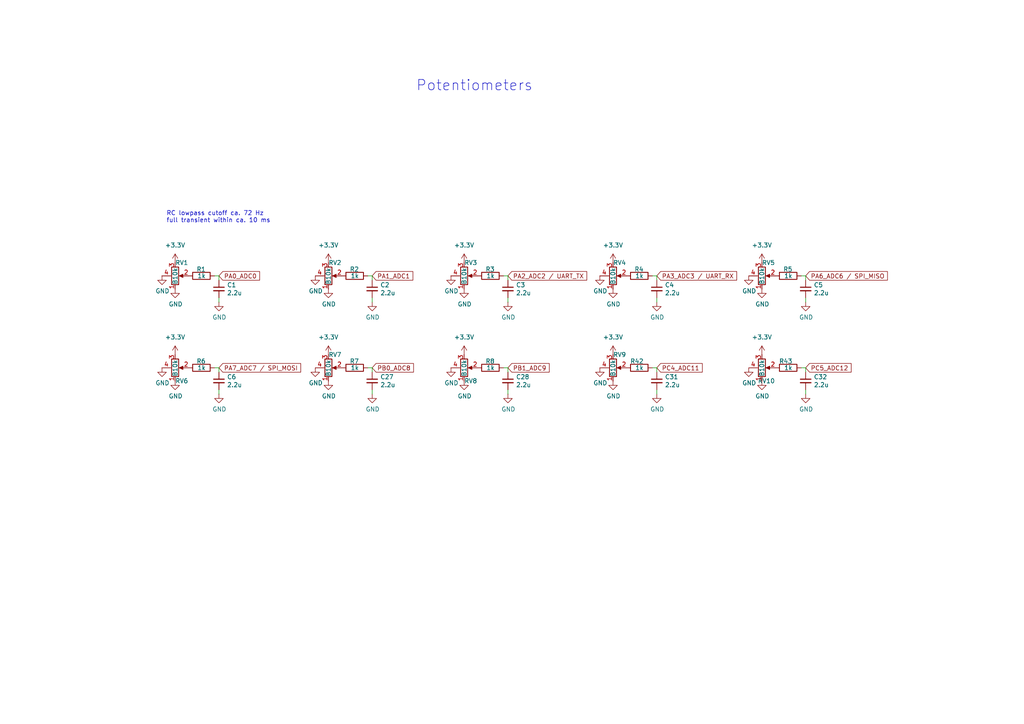
<source format=kicad_sch>
(kicad_sch (version 20250114) (generator "eeschema") (generator_version "9.0")
  (paper "A4")
  (title_block (title "https://github.com/ksoloti/ksoloti-gills") (date "2025-11-19") (rev "v0.6"))
  (lib_symbols
    (symbol "Device:C_Small" (pin_numbers (hide yes)) (pin_names (offset 0.254) (hide yes))
      (property "Reference" "C" (at 0.254 1.778 0))
      (property "Value" "C_Small" (at 0.254 -2.032 0))
      (symbol "C_Small_0_1"
        (polyline (pts (xy -1.524 0.508) (xy 1.524 0.508)) (stroke (width 0.3048)))
        (polyline (pts (xy -1.524 -0.508) (xy 1.524 -0.508)) (stroke (width 0.3302)))
      )
      (symbol "C_Small_1_1"
        (pin passive line (at 0 2.54 270) (length 2.032) (name "~") (number "1"))
        (pin passive line (at 0 -2.54 90) (length 2.032) (name "~") (number "2"))
      )
    )
    (symbol "Device:R" (pin_numbers (hide yes)) (pin_names (offset 0))
      (property "Reference" "R" (at 2.032 0 90))
      (property "Value" "R" (at 0 0 90))
      (symbol "R_0_1"
        (rectangle (start -1.016 -2.54) (end 1.016 2.54) (stroke (width 0.254)))
      )
      (symbol "R_1_1"
        (pin passive line (at 0 3.81 270) (length 1.27) (name "~") (number "1"))
        (pin passive line (at 0 -3.81 90) (length 1.27) (name "~") (number "2"))
      )
    )
    (symbol "New_Library:R_POT_GND" (pin_names (offset 1.016) (hide yes))
      (property "Reference" "RV2" (at 3.81 -3.81 0))
      (property "Value" "B10k" (at 0 2.54 90))
      (symbol "R_POT_GND_0_1"
        (rectangle (start 1.016 2.54) (end -1.016 -2.54) (stroke (width 0.254)))
        (polyline (pts (xy 1.143 0) (xy 2.286 0.508) (xy 2.286 -0.508) (xy 1.143 0)) (fill (type outline)))
        (polyline (pts (xy 2.54 0) (xy 1.524 0)))
      )
      (symbol "R_POT_GND_1_1"
        (pin passive line (at -3.81 0 0) (length 2.54) (name "4") (number "4"))
        (pin passive line (at 0 3.81 270) (length 1.27) (name "1") (number "1"))
        (pin passive line (at 0 -3.81 90) (length 1.27) (name "3") (number "3"))
        (pin passive line (at 3.81 0 180) (length 1.27) (name "2") (number "2"))
      )
    )
    (symbol "power:+3.3V" (power) (pin_numbers (hide yes)) (pin_names (offset 0) (hide yes))
      (property "Value" "+3.3V" (at 0 3.556 0))
      (symbol "+3.3V_0_1"
        (polyline (pts (xy -0.762 1.27) (xy 0 2.54)))
        (polyline (pts (xy 0 2.54) (xy 0.762 1.27)))
        (polyline (pts (xy 0 0) (xy 0 2.54)))
      )
      (symbol "+3.3V_1_1"
        (pin power_in line (at 0 0 90) (length 0) (name "~") (number "1"))
      )
    )
    (symbol "power:GND" (power) (pin_numbers (hide yes)) (pin_names (offset 0) (hide yes))
      (property "Value" "GND" (at 0 -3.81 0))
      (symbol "GND_0_1"
        (polyline (pts (xy 0 0) (xy 0 -1.27) (xy 1.27 -1.27) (xy 0 -2.54) (xy -1.27 -1.27) (xy 0 -1.27)))
      )
      (symbol "GND_1_1"
        (pin power_in line (at 0 0 270) (length 0) (name "~") (number "1"))
      )
    )
  )
  (text "Potentiometers" (at 120.65 26.67 0) (effects (font (size 3 3)) (justify left bottom)))
  (text "RC lowpass cutoff ca. 72 Hz\nfull transient within ca. 10 ms" (at 48.26 64.77 0) (effects (font (size 1.27 1.27)) (justify left bottom)))
  (wire (pts (xy 190.5 113.03) (xy 190.5 114.3)))
  (wire (pts (xy 233.68 106.68) (xy 232.41 106.68)))
  (wire (pts (xy 190.5 80.01) (xy 189.23 80.01)))
  (wire (pts (xy 107.95 86.36) (xy 107.95 87.63)))
  (wire (pts (xy 233.68 86.36) (xy 233.68 87.63)))
  (wire (pts (xy 190.5 86.36) (xy 190.5 87.63)))
  (wire (pts (xy 147.32 81.28) (xy 147.32 80.01)))
  (wire (pts (xy 190.5 81.28) (xy 190.5 80.01)))
  (wire (pts (xy 147.32 107.95) (xy 147.32 106.68)))
  (wire (pts (xy 147.32 106.68) (xy 146.05 106.68)))
  (wire (pts (xy 147.32 113.03) (xy 147.32 114.3)))
  (wire (pts (xy 63.5 80.01) (xy 62.23 80.01)))
  (wire (pts (xy 190.5 106.68) (xy 190.5 107.95)))
  (wire (pts (xy 107.95 113.03) (xy 107.95 114.3)))
  (wire (pts (xy 233.68 81.28) (xy 233.68 80.01)))
  (wire (pts (xy 106.68 106.68) (xy 107.95 106.68)))
  (wire (pts (xy 63.5 113.03) (xy 63.5 114.3)))
  (wire (pts (xy 233.68 113.03) (xy 233.68 114.3)))
  (wire (pts (xy 107.95 81.28) (xy 107.95 80.01)))
  (wire (pts (xy 63.5 86.36) (xy 63.5 87.63)))
  (wire (pts (xy 107.95 80.01) (xy 106.68 80.01)))
  (wire (pts (xy 63.5 81.28) (xy 63.5 80.01)))
  (wire (pts (xy 233.68 80.01) (xy 232.41 80.01)))
  (wire (pts (xy 233.68 107.95) (xy 233.68 106.68)))
  (wire (pts (xy 189.23 106.68) (xy 190.5 106.68)))
  (wire (pts (xy 63.5 106.68) (xy 62.23 106.68)))
  (wire (pts (xy 63.5 107.95) (xy 63.5 106.68)))
  (wire (pts (xy 147.32 80.01) (xy 146.05 80.01)))
  (wire (pts (xy 107.95 106.68) (xy 107.95 107.95)))
  (wire (pts (xy 147.32 86.36) (xy 147.32 87.63)))
  (global_label "PA6_ADC6 {slash} SPI_MISO" (shape input) (at 233.68 80.01 0) (property "Intersheetrefs" "${INTERSHEET_REFS}" (effects (hide yes))))
  (global_label "PA7_ADC7 {slash} SPI_MOSI" (shape input) (at 63.5 106.68 0) (property "Intersheetrefs" "${INTERSHEET_REFS}" (effects (hide yes))))
  (global_label "PA1_ADC1" (shape input) (at 107.95 80.01 0) (property "Intersheetrefs" "${INTERSHEET_REFS}" (effects (hide yes))))
  (global_label "PA0_ADC0" (shape input) (at 63.5 80.01 0) (property "Intersheetrefs" "${INTERSHEET_REFS}" (effects (hide yes))))
  (global_label "PA2_ADC2 {slash} UART_TX" (shape input) (at 147.32 80.01 0) (property "Intersheetrefs" "${INTERSHEET_REFS}" (effects (hide yes))))
  (global_label "PA3_ADC3 {slash} UART_RX" (shape input) (at 190.5 80.01 0) (property "Intersheetrefs" "${INTERSHEET_REFS}" (effects (hide yes))))
  (global_label "PB0_ADC8" (shape input) (at 107.95 106.68 0) (property "Intersheetrefs" "${INTERSHEET_REFS}" (effects (hide yes))))
  (global_label "PB1_ADC9" (shape input) (at 147.32 106.68 0) (property "Intersheetrefs" "${INTERSHEET_REFS}" (effects (hide yes))))
  (global_label "PC4_ADC11" (shape input) (at 190.5 106.68 0) (property "Intersheetrefs" "${INTERSHEET_REFS}" (effects (hide yes))))
  (global_label "PC5_ADC12" (shape input) (at 233.68 106.68 0) (property "Intersheetrefs" "${INTERSHEET_REFS}" (effects (hide yes))))
  (symbol (lib_id "power:GND") (at 63.5 114.3 0) (unit 1)
    (property "Reference" "#PWR078" (effects (hide yes)))
    (property "Value" "GND" (at 63.627 118.6942 0))
    (property "Description" "Power symbol creates a global label with name \"GND\" , ground" (effects (hide yes)))
  )
  (symbol (lib_id "Device:R") (at 185.42 106.68 90) (unit 1)
    (property "Reference" "R42" (at 186.69 104.775 90) (effects (justify left)))
    (property "Value" "1k" (at 186.69 106.68 90) (effects (justify left)))
    (property "Footprint" "Resistor_SMD:R_0603_1608Metric" (effects (hide yes)))
    (property "Description" "Resistor" (effects (hide yes)))
  )
  (symbol (lib_id "Device:R") (at 142.24 80.01 90) (unit 1)
    (property "Reference" "R3" (at 143.51 78.105 90) (effects (justify left)))
    (property "Value" "1k" (at 143.51 80.01 90) (effects (justify left)))
    (property "Footprint" "Resistor_SMD:R_0603_1608Metric" (effects (hide yes)))
    (property "Description" "Resistor" (effects (hide yes)))
  )
  (symbol (lib_id "power:GND") (at 46.99 106.68 0) (unit 1)
    (property "Reference" "#PWR070" (effects (hide yes)))
    (property "Value" "GND" (at 47.117 111.0742 0))
    (property "Description" "Power symbol creates a global label with name \"GND\" , ground" (effects (hide yes)))
  )
  (symbol (lib_id "power:GND") (at 130.81 80.01 0) (unit 1)
    (property "Reference" "#PWR026" (effects (hide yes)))
    (property "Value" "GND" (at 130.937 84.4042 0))
    (property "Description" "Power symbol creates a global label with name \"GND\" , ground" (effects (hide yes)))
  )
  (symbol (lib_id "power:GND") (at 134.62 110.49 0) (unit 1)
    (property "Reference" "#PWR076" (effects (hide yes)))
    (property "Value" "GND" (at 134.747 114.8842 0))
    (property "Description" "Power symbol creates a global label with name \"GND\" , ground" (effects (hide yes)))
  )
  (symbol (lib_id "Device:R") (at 102.87 80.01 90) (unit 1)
    (property "Reference" "R2" (at 104.14 78.105 90) (effects (justify left)))
    (property "Value" "1k" (at 104.14 80.01 90) (effects (justify left)))
    (property "Footprint" "Resistor_SMD:R_0603_1608Metric" (effects (hide yes)))
    (property "Description" "Resistor" (effects (hide yes)))
  )
  (symbol (lib_id "power:GND") (at 220.98 110.49 0) (unit 1)
    (property "Reference" "#PWR0125" (effects (hide yes)))
    (property "Value" "GND" (at 221.107 114.8842 0))
    (property "Description" "Power symbol creates a global label with name \"GND\" , ground" (effects (hide yes)))
  )
  (symbol (lib_id "Device:R") (at 142.24 106.68 90) (unit 1)
    (property "Reference" "R8" (at 143.51 104.775 90) (effects (justify left)))
    (property "Value" "1k" (at 143.51 106.68 90) (effects (justify left)))
    (property "Footprint" "Resistor_SMD:R_0603_1608Metric" (effects (hide yes)))
    (property "Description" "Resistor" (effects (hide yes)))
  )
  (symbol (lib_id "power:GND") (at 91.44 106.68 0) (unit 1)
    (property "Reference" "#PWR071" (effects (hide yes)))
    (property "Value" "GND" (at 91.567 111.0742 0))
    (property "Description" "Power symbol creates a global label with name \"GND\" , ground" (effects (hide yes)))
  )
  (symbol (lib_id "power:+3.3V") (at 95.25 76.2 0) (unit 1)
    (property "Reference" "#PWR021" (effects (hide yes)))
    (property "Value" "+3.3V" (at 95.25 71.12 0))
    (property "Description" "Power symbol creates a global label with name \"+3.3V\"" (effects (hide yes)))
  )
  (symbol (lib_id "Device:R") (at 102.87 106.68 90) (unit 1)
    (property "Reference" "R7" (at 104.14 104.775 90) (effects (justify left)))
    (property "Value" "1k" (at 104.14 106.68 90) (effects (justify left)))
    (property "Footprint" "Resistor_SMD:R_0603_1608Metric" (effects (hide yes)))
    (property "Description" "Resistor" (effects (hide yes)))
  )
  (symbol (lib_id "power:GND") (at 217.17 80.01 0) (unit 1)
    (property "Reference" "#PWR069" (effects (hide yes)))
    (property "Value" "GND" (at 217.297 84.4042 0))
    (property "Description" "Power symbol creates a global label with name \"GND\" , ground" (effects (hide yes)))
  )
  (symbol (lib_id "power:+3.3V") (at 134.62 102.87 0) (unit 1)
    (property "Reference" "#PWR068" (effects (hide yes)))
    (property "Value" "+3.3V" (at 134.62 97.79 0))
    (property "Description" "Power symbol creates a global label with name \"+3.3V\"" (effects (hide yes)))
  )
  (symbol (lib_id "New_Library:R_POT_GND") (at 177.8 80.01 0) (mirror x) (unit 1)
    (property "Reference" "RV4" (at 181.61 76.2 0) (effects (justify right)))
    (property "Value" "B10k" (at 177.8 82.55 90) (effects (justify right)))
    (property "Footprint" "Library:ALPS_POT_VERTICAL_PS" (effects (hide yes)))
  )
  (symbol (lib_id "power:GND") (at 107.95 87.63 0) (unit 1)
    (property "Reference" "#PWR053" (effects (hide yes)))
    (property "Value" "GND" (at 108.077 92.0242 0))
    (property "Description" "Power symbol creates a global label with name \"GND\" , ground" (effects (hide yes)))
  )
  (symbol (lib_id "New_Library:R_POT_GND") (at 50.8 106.68 0) (mirror x) (unit 1)
    (property "Reference" "RV6" (at 54.61 110.49 0) (effects (justify right)))
    (property "Value" "B10k" (at 50.8 109.22 90) (effects (justify right)))
    (property "Footprint" "Library:ALPS_POT_VERTICAL_PS" (effects (hide yes)))
  )
  (symbol (lib_id "power:GND") (at 233.68 114.3 0) (unit 1)
    (property "Reference" "#PWR0130" (effects (hide yes)))
    (property "Value" "GND" (at 233.807 118.6942 0))
    (property "Description" "Power symbol creates a global label with name \"GND\" , ground" (effects (hide yes)))
  )
  (symbol (lib_id "power:+3.3V") (at 177.8 102.87 0) (unit 1)
    (property "Reference" "#PWR0128" (effects (hide yes)))
    (property "Value" "+3.3V" (at 177.8 97.79 0))
    (property "Description" "Power symbol creates a global label with name \"+3.3V\"" (effects (hide yes)))
  )
  (symbol (lib_id "Device:C_Small") (at 147.32 110.49 0) (unit 1)
    (property "Reference" "C28" (at 149.6568 109.3216 0) (effects (justify left)))
    (property "Value" "2.2u" (at 149.6568 111.633 0) (effects (justify left)))
    (property "Footprint" "Capacitor_SMD:C_0603_1608Metric" (effects (hide yes)))
    (property "Description" "Unpolarized capacitor, small symbol" (effects (hide yes)))
  )
  (symbol (lib_id "Device:C_Small") (at 233.68 110.49 0) (unit 1)
    (property "Reference" "C32" (at 236.0168 109.3216 0) (effects (justify left)))
    (property "Value" "2.2u" (at 236.0168 111.633 0) (effects (justify left)))
    (property "Footprint" "Capacitor_SMD:C_0603_1608Metric" (effects (hide yes)))
    (property "Description" "Unpolarized capacitor, small symbol" (effects (hide yes)))
  )
  (symbol (lib_id "power:GND") (at 173.99 80.01 0) (unit 1)
    (property "Reference" "#PWR028" (effects (hide yes)))
    (property "Value" "GND" (at 174.117 84.4042 0))
    (property "Description" "Power symbol creates a global label with name \"GND\" , ground" (effects (hide yes)))
  )
  (symbol (lib_id "New_Library:R_POT_GND") (at 50.8 80.01 0) (mirror x) (unit 1)
    (property "Reference" "RV1" (at 54.61 76.2 0) (effects (justify right)))
    (property "Value" "B10k" (at 50.8 82.55 90) (effects (justify right)))
    (property "Footprint" "Library:ALPS_POT_VERTICAL_PS" (effects (hide yes)))
  )
  (symbol (lib_id "power:GND") (at 177.8 110.49 0) (unit 1)
    (property "Reference" "#PWR0127" (effects (hide yes)))
    (property "Value" "GND" (at 177.927 114.8842 0))
    (property "Description" "Power symbol creates a global label with name \"GND\" , ground" (effects (hide yes)))
  )
  (symbol (lib_id "Device:C_Small") (at 147.32 83.82 0) (unit 1)
    (property "Reference" "C3" (at 149.6568 82.6516 0) (effects (justify left)))
    (property "Value" "2.2u" (at 149.6568 84.963 0) (effects (justify left)))
    (property "Footprint" "Capacitor_SMD:C_0603_1608Metric" (effects (hide yes)))
    (property "Description" "Unpolarized capacitor, small symbol" (effects (hide yes)))
  )
  (symbol (lib_id "Device:C_Small") (at 63.5 83.82 0) (unit 1)
    (property "Reference" "C1" (at 65.8368 82.6516 0) (effects (justify left)))
    (property "Value" "2.2u" (at 65.8368 84.963 0) (effects (justify left)))
    (property "Footprint" "Capacitor_SMD:C_0603_1608Metric" (effects (hide yes)))
    (property "Description" "Unpolarized capacitor, small symbol" (effects (hide yes)))
  )
  (symbol (lib_id "power:GND") (at 50.8 83.82 0) (unit 1)
    (property "Reference" "#PWR029" (effects (hide yes)))
    (property "Value" "GND" (at 50.927 88.2142 0))
    (property "Description" "Power symbol creates a global label with name \"GND\" , ground" (effects (hide yes)))
  )
  (symbol (lib_id "power:+3.3V") (at 220.98 102.87 0) (unit 1)
    (property "Reference" "#PWR0126" (effects (hide yes)))
    (property "Value" "+3.3V" (at 220.98 97.79 0))
    (property "Description" "Power symbol creates a global label with name \"+3.3V\"" (effects (hide yes)))
  )
  (symbol (lib_id "power:+3.3V") (at 220.98 76.2 0) (unit 1)
    (property "Reference" "#PWR065" (effects (hide yes)))
    (property "Value" "+3.3V" (at 220.98 71.12 0))
    (property "Description" "Power symbol creates a global label with name \"+3.3V\"" (effects (hide yes)))
  )
  (symbol (lib_id "Device:R") (at 58.42 106.68 90) (unit 1)
    (property "Reference" "R6" (at 59.69 104.775 90) (effects (justify left)))
    (property "Value" "1k" (at 59.69 106.68 90) (effects (justify left)))
    (property "Footprint" "Resistor_SMD:R_0603_1608Metric" (effects (hide yes)))
    (property "Description" "Resistor" (effects (hide yes)))
  )
  (symbol (lib_id "power:GND") (at 220.98 83.82 0) (unit 1)
    (property "Reference" "#PWR073" (effects (hide yes)))
    (property "Value" "GND" (at 221.107 88.2142 0))
    (property "Description" "Power symbol creates a global label with name \"GND\" , ground" (effects (hide yes)))
  )
  (symbol (lib_id "power:GND") (at 233.68 87.63 0) (unit 1)
    (property "Reference" "#PWR077" (effects (hide yes)))
    (property "Value" "GND" (at 233.807 92.0242 0))
    (property "Description" "Power symbol creates a global label with name \"GND\" , ground" (effects (hide yes)))
  )
  (symbol (lib_id "Device:C_Small") (at 190.5 110.49 0) (unit 1)
    (property "Reference" "C31" (at 192.8368 109.3216 0) (effects (justify left)))
    (property "Value" "2.2u" (at 192.8368 111.633 0) (effects (justify left)))
    (property "Footprint" "Capacitor_SMD:C_0603_1608Metric" (effects (hide yes)))
    (property "Description" "Unpolarized capacitor, small symbol" (effects (hide yes)))
  )
  (symbol (lib_id "power:GND") (at 173.99 106.68 0) (unit 1)
    (property "Reference" "#PWR0129" (effects (hide yes)))
    (property "Value" "GND" (at 174.117 111.0742 0))
    (property "Description" "Power symbol creates a global label with name \"GND\" , ground" (effects (hide yes)))
  )
  (symbol (lib_id "New_Library:R_POT_GND") (at 134.62 106.68 0) (mirror x) (unit 1)
    (property "Reference" "RV8" (at 138.43 110.49 0) (effects (justify right)))
    (property "Value" "B10k" (at 134.62 109.22 90) (effects (justify right)))
    (property "Footprint" "Library:ALPS_POT_VERTICAL_PS" (effects (hide yes)))
  )
  (symbol (lib_id "power:GND") (at 63.5 87.63 0) (unit 1)
    (property "Reference" "#PWR052" (effects (hide yes)))
    (property "Value" "GND" (at 63.627 92.0242 0))
    (property "Description" "Power symbol creates a global label with name \"GND\" , ground" (effects (hide yes)))
  )
  (symbol (lib_id "power:GND") (at 50.8 110.49 0) (unit 1)
    (property "Reference" "#PWR074" (effects (hide yes)))
    (property "Value" "GND" (at 50.927 114.8842 0))
    (property "Description" "Power symbol creates a global label with name \"GND\" , ground" (effects (hide yes)))
  )
  (symbol (lib_id "Device:R") (at 185.42 80.01 90) (unit 1)
    (property "Reference" "R4" (at 186.69 78.105 90) (effects (justify left)))
    (property "Value" "1k" (at 186.69 80.01 90) (effects (justify left)))
    (property "Footprint" "Resistor_SMD:R_0603_1608Metric" (effects (hide yes)))
    (property "Description" "Resistor" (effects (hide yes)))
  )
  (symbol (lib_id "power:GND") (at 177.8 83.82 0) (unit 1)
    (property "Reference" "#PWR048" (effects (hide yes)))
    (property "Value" "GND" (at 177.927 88.2142 0))
    (property "Description" "Power symbol creates a global label with name \"GND\" , ground" (effects (hide yes)))
  )
  (symbol (lib_id "power:GND") (at 95.25 83.82 0) (unit 1)
    (property "Reference" "#PWR039" (effects (hide yes)))
    (property "Value" "GND" (at 95.377 88.2142 0))
    (property "Description" "Power symbol creates a global label with name \"GND\" , ground" (effects (hide yes)))
  )
  (symbol (lib_id "New_Library:R_POT_GND") (at 177.8 106.68 0) (mirror x) (unit 1)
    (property "Reference" "RV9" (at 181.61 102.87 0) (effects (justify right)))
    (property "Value" "B10k" (at 177.8 109.22 90) (effects (justify right)))
    (property "Footprint" "Library:ALPS_POT_VERTICAL_PS" (effects (hide yes)))
  )
  (symbol (lib_id "power:GND") (at 190.5 114.3 0) (unit 1)
    (property "Reference" "#PWR0131" (effects (hide yes)))
    (property "Value" "GND" (at 190.627 118.6942 0))
    (property "Description" "Power symbol creates a global label with name \"GND\" , ground" (effects (hide yes)))
  )
  (symbol (lib_id "Device:R") (at 228.6 106.68 90) (unit 1)
    (property "Reference" "R43" (at 229.87 104.775 90) (effects (justify left)))
    (property "Value" "1k" (at 229.87 106.68 90) (effects (justify left)))
    (property "Footprint" "Resistor_SMD:R_0603_1608Metric" (effects (hide yes)))
    (property "Description" "Resistor" (effects (hide yes)))
  )
  (symbol (lib_id "New_Library:R_POT_GND") (at 95.25 80.01 0) (mirror x) (unit 1)
    (property "Reference" "RV2" (at 99.06 76.2 0) (effects (justify right)))
    (property "Value" "B10k" (at 95.25 82.55 90) (effects (justify right)))
    (property "Footprint" "Library:ALPS_POT_VERTICAL_PS" (effects (hide yes)))
  )
  (symbol (lib_id "power:+3.3V") (at 50.8 76.2 0) (unit 1)
    (property "Reference" "#PWR020" (effects (hide yes)))
    (property "Value" "+3.3V" (at 50.8 71.12 0))
    (property "Description" "Power symbol creates a global label with name \"+3.3V\"" (effects (hide yes)))
  )
  (symbol (lib_id "New_Library:R_POT_GND") (at 220.98 80.01 0) (mirror x) (unit 1)
    (property "Reference" "RV5" (at 224.79 76.2 0) (effects (justify right)))
    (property "Value" "B10k" (at 220.98 82.55 90) (effects (justify right)))
    (property "Footprint" "Library:ALPS_POT_VERTICAL_PS" (effects (hide yes)))
  )
  (symbol (lib_id "power:GND") (at 190.5 87.63 0) (unit 1)
    (property "Reference" "#PWR064" (effects (hide yes)))
    (property "Value" "GND" (at 190.627 92.0242 0))
    (property "Description" "Power symbol creates a global label with name \"GND\" , ground" (effects (hide yes)))
  )
  (symbol (lib_id "New_Library:R_POT_GND") (at 134.62 80.01 0) (mirror x) (unit 1)
    (property "Reference" "RV3" (at 138.43 76.2 0) (effects (justify right)))
    (property "Value" "B10k" (at 134.62 82.55 90) (effects (justify right)))
    (property "Footprint" "Library:ALPS_POT_VERTICAL_PS" (effects (hide yes)))
  )
  (symbol (lib_id "power:+3.3V") (at 95.25 102.87 0) (unit 1)
    (property "Reference" "#PWR067" (effects (hide yes)))
    (property "Value" "+3.3V" (at 95.25 97.79 0))
    (property "Description" "Power symbol creates a global label with name \"+3.3V\"" (effects (hide yes)))
  )
  (symbol (lib_id "power:+3.3V") (at 134.62 76.2 0) (unit 1)
    (property "Reference" "#PWR022" (effects (hide yes)))
    (property "Value" "+3.3V" (at 134.62 71.12 0))
    (property "Description" "Power symbol creates a global label with name \"+3.3V\"" (effects (hide yes)))
  )
  (symbol (lib_id "Device:C_Small") (at 107.95 110.49 0) (unit 1)
    (property "Reference" "C27" (at 110.2868 109.3216 0) (effects (justify left)))
    (property "Value" "2.2u" (at 110.2868 111.633 0) (effects (justify left)))
    (property "Footprint" "Capacitor_SMD:C_0603_1608Metric" (effects (hide yes)))
    (property "Description" "Unpolarized capacitor, small symbol" (effects (hide yes)))
  )
  (symbol (lib_id "Device:C_Small") (at 107.95 83.82 0) (unit 1)
    (property "Reference" "C2" (at 110.2868 82.6516 0) (effects (justify left)))
    (property "Value" "2.2u" (at 110.2868 84.963 0) (effects (justify left)))
    (property "Footprint" "Capacitor_SMD:C_0603_1608Metric" (effects (hide yes)))
    (property "Description" "Unpolarized capacitor, small symbol" (effects (hide yes)))
  )
  (symbol (lib_id "New_Library:R_POT_GND") (at 95.25 106.68 0) (mirror x) (unit 1)
    (property "Reference" "RV7" (at 99.06 102.87 0) (effects (justify right)))
    (property "Value" "B10k" (at 95.25 109.22 90) (effects (justify right)))
    (property "Footprint" "Library:ALPS_POT_VERTICAL_PS" (effects (hide yes)))
  )
  (symbol (lib_id "power:GND") (at 147.32 87.63 0) (unit 1)
    (property "Reference" "#PWR059" (effects (hide yes)))
    (property "Value" "GND" (at 147.447 92.0242 0))
    (property "Description" "Power symbol creates a global label with name \"GND\" , ground" (effects (hide yes)))
  )
  (symbol (lib_id "Device:R") (at 58.42 80.01 90) (unit 1)
    (property "Reference" "R1" (at 59.69 78.105 90) (effects (justify left)))
    (property "Value" "1k" (at 59.69 80.01 90) (effects (justify left)))
    (property "Footprint" "Resistor_SMD:R_0603_1608Metric" (effects (hide yes)))
    (property "Description" "Resistor" (effects (hide yes)))
  )
  (symbol (lib_id "power:GND") (at 95.25 110.49 0) (unit 1)
    (property "Reference" "#PWR075" (effects (hide yes)))
    (property "Value" "GND" (at 95.377 114.8842 0))
    (property "Description" "Power symbol creates a global label with name \"GND\" , ground" (effects (hide yes)))
  )
  (symbol (lib_id "power:+3.3V") (at 177.8 76.2 0) (unit 1)
    (property "Reference" "#PWR023" (effects (hide yes)))
    (property "Value" "+3.3V" (at 177.8 71.12 0))
    (property "Description" "Power symbol creates a global label with name \"+3.3V\"" (effects (hide yes)))
  )
  (symbol (lib_id "Device:C_Small") (at 233.68 83.82 0) (unit 1)
    (property "Reference" "C5" (at 236.0168 82.6516 0) (effects (justify left)))
    (property "Value" "2.2u" (at 236.0168 84.963 0) (effects (justify left)))
    (property "Footprint" "Capacitor_SMD:C_0603_1608Metric" (effects (hide yes)))
    (property "Description" "Unpolarized capacitor, small symbol" (effects (hide yes)))
  )
  (symbol (lib_id "power:GND") (at 134.62 83.82 0) (unit 1)
    (property "Reference" "#PWR040" (effects (hide yes)))
    (property "Value" "GND" (at 134.747 88.2142 0))
    (property "Description" "Power symbol creates a global label with name \"GND\" , ground" (effects (hide yes)))
  )
  (symbol (lib_id "Device:C_Small") (at 63.5 110.49 0) (unit 1)
    (property "Reference" "C6" (at 65.8368 109.3216 0) (effects (justify left)))
    (property "Value" "2.2u" (at 65.8368 111.633 0) (effects (justify left)))
    (property "Footprint" "Capacitor_SMD:C_0603_1608Metric" (effects (hide yes)))
    (property "Description" "Unpolarized capacitor, small symbol" (effects (hide yes)))
  )
  (symbol (lib_id "power:GND") (at 130.81 106.68 0) (unit 1)
    (property "Reference" "#PWR072" (effects (hide yes)))
    (property "Value" "GND" (at 130.937 111.0742 0))
    (property "Description" "Power symbol creates a global label with name \"GND\" , ground" (effects (hide yes)))
  )
  (symbol (lib_id "power:GND") (at 107.95 114.3 0) (unit 1)
    (property "Reference" "#PWR079" (effects (hide yes)))
    (property "Value" "GND" (at 108.077 118.6942 0))
    (property "Description" "Power symbol creates a global label with name \"GND\" , ground" (effects (hide yes)))
  )
  (symbol (lib_id "Device:R") (at 228.6 80.01 90) (unit 1)
    (property "Reference" "R5" (at 229.87 78.105 90) (effects (justify left)))
    (property "Value" "1k" (at 229.87 80.01 90) (effects (justify left)))
    (property "Footprint" "Resistor_SMD:R_0603_1608Metric" (effects (hide yes)))
    (property "Description" "Resistor" (effects (hide yes)))
  )
  (symbol (lib_id "power:GND") (at 217.17 106.68 0) (unit 1)
    (property "Reference" "#PWR0124" (effects (hide yes)))
    (property "Value" "GND" (at 217.297 111.0742 0))
    (property "Description" "Power symbol creates a global label with name \"GND\" , ground" (effects (hide yes)))
  )
  (symbol (lib_id "power:GND") (at 91.44 80.01 0) (unit 1)
    (property "Reference" "#PWR025" (effects (hide yes)))
    (property "Value" "GND" (at 91.567 84.4042 0))
    (property "Description" "Power symbol creates a global label with name \"GND\" , ground" (effects (hide yes)))
  )
  (symbol (lib_id "New_Library:R_POT_GND") (at 220.98 106.68 0) (mirror x) (unit 1)
    (property "Reference" "RV10" (at 224.79 110.49 0) (effects (justify right)))
    (property "Value" "B10k" (at 220.98 109.22 90) (effects (justify right)))
    (property "Footprint" "Library:ALPS_POT_VERTICAL_PS" (effects (hide yes)))
  )
  (symbol (lib_id "power:GND") (at 46.99 80.01 0) (unit 1)
    (property "Reference" "#PWR024" (effects (hide yes)))
    (property "Value" "GND" (at 47.117 84.4042 0))
    (property "Description" "Power symbol creates a global label with name \"GND\" , ground" (effects (hide yes)))
  )
  (symbol (lib_id "power:GND") (at 147.32 114.3 0) (unit 1)
    (property "Reference" "#PWR080" (effects (hide yes)))
    (property "Value" "GND" (at 147.447 118.6942 0))
    (property "Description" "Power symbol creates a global label with name \"GND\" , ground" (effects (hide yes)))
  )
  (symbol (lib_id "power:+3.3V") (at 50.8 102.87 0) (unit 1)
    (property "Reference" "#PWR066" (effects (hide yes)))
    (property "Value" "+3.3V" (at 50.8 97.79 0))
    (property "Description" "Power symbol creates a global label with name \"+3.3V\"" (effects (hide yes)))
  )
  (symbol (lib_id "Device:C_Small") (at 190.5 83.82 0) (unit 1)
    (property "Reference" "C4" (at 192.8368 82.6516 0) (effects (justify left)))
    (property "Value" "2.2u" (at 192.8368 84.963 0) (effects (justify left)))
    (property "Footprint" "Capacitor_SMD:C_0603_1608Metric" (effects (hide yes)))
    (property "Description" "Unpolarized capacitor, small symbol" (effects (hide yes)))
  )
)
</source>
